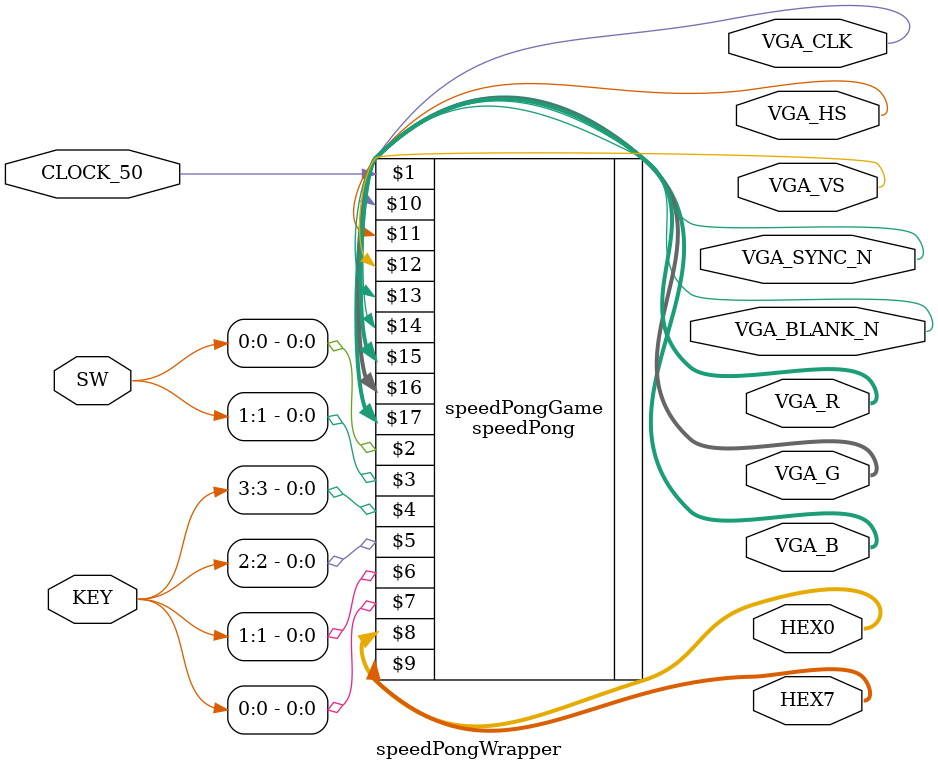
<source format=sv>

module speedPongWrapper(input  logic       CLOCK_50,
                        input  logic [1:0] SW,
                        input  logic [3:0] KEY,
                        output logic [6:0] HEX0,
                        output logic [6:0] HEX7,
                        output logic       VGA_CLK, 
                        output logic       VGA_HS,
                        output logic       VGA_VS,
                        output logic       VGA_SYNC_N,
                        output logic       VGA_BLANK_N,
                        output logic [7:0] VGA_R,
                        output logic [7:0] VGA_G,
                        output logic [7:0] VGA_B);
    speedPong speedPongGame(CLOCK_50, SW[0], SW[1], KEY[3], KEY[2],
        KEY[1], KEY[0], HEX0,
        HEX7, VGA_CLK,
        VGA_HS, VGA_VS, VGA_SYNC_N, VGA_BLANK_N, VGA_R,
        VGA_G, VGA_B);
endmodule
</source>
